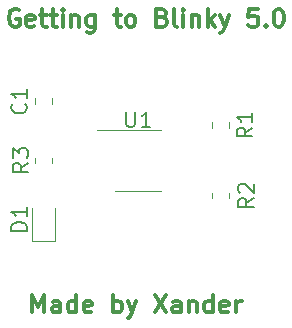
<source format=gbr>
%TF.GenerationSoftware,KiCad,Pcbnew,(6.0.8)*%
%TF.CreationDate,2023-01-21T17:58:08-05:00*%
%TF.ProjectId,Blinky 5.0,426c696e-6b79-4203-952e-302e6b696361,rev?*%
%TF.SameCoordinates,Original*%
%TF.FileFunction,Legend,Top*%
%TF.FilePolarity,Positive*%
%FSLAX46Y46*%
G04 Gerber Fmt 4.6, Leading zero omitted, Abs format (unit mm)*
G04 Created by KiCad (PCBNEW (6.0.8)) date 2023-01-21 17:58:08*
%MOMM*%
%LPD*%
G01*
G04 APERTURE LIST*
%ADD10C,0.300000*%
%ADD11C,0.150000*%
%ADD12C,0.120000*%
G04 APERTURE END LIST*
D10*
X138050000Y-109878571D02*
X138050000Y-108378571D01*
X138550000Y-109450000D01*
X139050000Y-108378571D01*
X139050000Y-109878571D01*
X140407142Y-109878571D02*
X140407142Y-109092857D01*
X140335714Y-108950000D01*
X140192857Y-108878571D01*
X139907142Y-108878571D01*
X139764285Y-108950000D01*
X140407142Y-109807142D02*
X140264285Y-109878571D01*
X139907142Y-109878571D01*
X139764285Y-109807142D01*
X139692857Y-109664285D01*
X139692857Y-109521428D01*
X139764285Y-109378571D01*
X139907142Y-109307142D01*
X140264285Y-109307142D01*
X140407142Y-109235714D01*
X141764285Y-109878571D02*
X141764285Y-108378571D01*
X141764285Y-109807142D02*
X141621428Y-109878571D01*
X141335714Y-109878571D01*
X141192857Y-109807142D01*
X141121428Y-109735714D01*
X141050000Y-109592857D01*
X141050000Y-109164285D01*
X141121428Y-109021428D01*
X141192857Y-108950000D01*
X141335714Y-108878571D01*
X141621428Y-108878571D01*
X141764285Y-108950000D01*
X143050000Y-109807142D02*
X142907142Y-109878571D01*
X142621428Y-109878571D01*
X142478571Y-109807142D01*
X142407142Y-109664285D01*
X142407142Y-109092857D01*
X142478571Y-108950000D01*
X142621428Y-108878571D01*
X142907142Y-108878571D01*
X143050000Y-108950000D01*
X143121428Y-109092857D01*
X143121428Y-109235714D01*
X142407142Y-109378571D01*
X144907142Y-109878571D02*
X144907142Y-108378571D01*
X144907142Y-108950000D02*
X145050000Y-108878571D01*
X145335714Y-108878571D01*
X145478571Y-108950000D01*
X145550000Y-109021428D01*
X145621428Y-109164285D01*
X145621428Y-109592857D01*
X145550000Y-109735714D01*
X145478571Y-109807142D01*
X145335714Y-109878571D01*
X145050000Y-109878571D01*
X144907142Y-109807142D01*
X146121428Y-108878571D02*
X146478571Y-109878571D01*
X146835714Y-108878571D02*
X146478571Y-109878571D01*
X146335714Y-110235714D01*
X146264285Y-110307142D01*
X146121428Y-110378571D01*
X148407142Y-108378571D02*
X149407142Y-109878571D01*
X149407142Y-108378571D02*
X148407142Y-109878571D01*
X150621428Y-109878571D02*
X150621428Y-109092857D01*
X150550000Y-108950000D01*
X150407142Y-108878571D01*
X150121428Y-108878571D01*
X149978571Y-108950000D01*
X150621428Y-109807142D02*
X150478571Y-109878571D01*
X150121428Y-109878571D01*
X149978571Y-109807142D01*
X149907142Y-109664285D01*
X149907142Y-109521428D01*
X149978571Y-109378571D01*
X150121428Y-109307142D01*
X150478571Y-109307142D01*
X150621428Y-109235714D01*
X151335714Y-108878571D02*
X151335714Y-109878571D01*
X151335714Y-109021428D02*
X151407142Y-108950000D01*
X151550000Y-108878571D01*
X151764285Y-108878571D01*
X151907142Y-108950000D01*
X151978571Y-109092857D01*
X151978571Y-109878571D01*
X153335714Y-109878571D02*
X153335714Y-108378571D01*
X153335714Y-109807142D02*
X153192857Y-109878571D01*
X152907142Y-109878571D01*
X152764285Y-109807142D01*
X152692857Y-109735714D01*
X152621428Y-109592857D01*
X152621428Y-109164285D01*
X152692857Y-109021428D01*
X152764285Y-108950000D01*
X152907142Y-108878571D01*
X153192857Y-108878571D01*
X153335714Y-108950000D01*
X154621428Y-109807142D02*
X154478571Y-109878571D01*
X154192857Y-109878571D01*
X154050000Y-109807142D01*
X153978571Y-109664285D01*
X153978571Y-109092857D01*
X154050000Y-108950000D01*
X154192857Y-108878571D01*
X154478571Y-108878571D01*
X154621428Y-108950000D01*
X154692857Y-109092857D01*
X154692857Y-109235714D01*
X153978571Y-109378571D01*
X155335714Y-109878571D02*
X155335714Y-108878571D01*
X155335714Y-109164285D02*
X155407142Y-109021428D01*
X155478571Y-108950000D01*
X155621428Y-108878571D01*
X155764285Y-108878571D01*
X136914285Y-84250000D02*
X136771428Y-84178571D01*
X136557142Y-84178571D01*
X136342857Y-84250000D01*
X136200000Y-84392857D01*
X136128571Y-84535714D01*
X136057142Y-84821428D01*
X136057142Y-85035714D01*
X136128571Y-85321428D01*
X136200000Y-85464285D01*
X136342857Y-85607142D01*
X136557142Y-85678571D01*
X136700000Y-85678571D01*
X136914285Y-85607142D01*
X136985714Y-85535714D01*
X136985714Y-85035714D01*
X136700000Y-85035714D01*
X138200000Y-85607142D02*
X138057142Y-85678571D01*
X137771428Y-85678571D01*
X137628571Y-85607142D01*
X137557142Y-85464285D01*
X137557142Y-84892857D01*
X137628571Y-84750000D01*
X137771428Y-84678571D01*
X138057142Y-84678571D01*
X138200000Y-84750000D01*
X138271428Y-84892857D01*
X138271428Y-85035714D01*
X137557142Y-85178571D01*
X138700000Y-84678571D02*
X139271428Y-84678571D01*
X138914285Y-84178571D02*
X138914285Y-85464285D01*
X138985714Y-85607142D01*
X139128571Y-85678571D01*
X139271428Y-85678571D01*
X139557142Y-84678571D02*
X140128571Y-84678571D01*
X139771428Y-84178571D02*
X139771428Y-85464285D01*
X139842857Y-85607142D01*
X139985714Y-85678571D01*
X140128571Y-85678571D01*
X140628571Y-85678571D02*
X140628571Y-84678571D01*
X140628571Y-84178571D02*
X140557142Y-84250000D01*
X140628571Y-84321428D01*
X140700000Y-84250000D01*
X140628571Y-84178571D01*
X140628571Y-84321428D01*
X141342857Y-84678571D02*
X141342857Y-85678571D01*
X141342857Y-84821428D02*
X141414285Y-84750000D01*
X141557142Y-84678571D01*
X141771428Y-84678571D01*
X141914285Y-84750000D01*
X141985714Y-84892857D01*
X141985714Y-85678571D01*
X143342857Y-84678571D02*
X143342857Y-85892857D01*
X143271428Y-86035714D01*
X143200000Y-86107142D01*
X143057142Y-86178571D01*
X142842857Y-86178571D01*
X142700000Y-86107142D01*
X143342857Y-85607142D02*
X143200000Y-85678571D01*
X142914285Y-85678571D01*
X142771428Y-85607142D01*
X142700000Y-85535714D01*
X142628571Y-85392857D01*
X142628571Y-84964285D01*
X142700000Y-84821428D01*
X142771428Y-84750000D01*
X142914285Y-84678571D01*
X143200000Y-84678571D01*
X143342857Y-84750000D01*
X144985714Y-84678571D02*
X145557142Y-84678571D01*
X145200000Y-84178571D02*
X145200000Y-85464285D01*
X145271428Y-85607142D01*
X145414285Y-85678571D01*
X145557142Y-85678571D01*
X146271428Y-85678571D02*
X146128571Y-85607142D01*
X146057142Y-85535714D01*
X145985714Y-85392857D01*
X145985714Y-84964285D01*
X146057142Y-84821428D01*
X146128571Y-84750000D01*
X146271428Y-84678571D01*
X146485714Y-84678571D01*
X146628571Y-84750000D01*
X146700000Y-84821428D01*
X146771428Y-84964285D01*
X146771428Y-85392857D01*
X146700000Y-85535714D01*
X146628571Y-85607142D01*
X146485714Y-85678571D01*
X146271428Y-85678571D01*
X149057142Y-84892857D02*
X149271428Y-84964285D01*
X149342857Y-85035714D01*
X149414285Y-85178571D01*
X149414285Y-85392857D01*
X149342857Y-85535714D01*
X149271428Y-85607142D01*
X149128571Y-85678571D01*
X148557142Y-85678571D01*
X148557142Y-84178571D01*
X149057142Y-84178571D01*
X149200000Y-84250000D01*
X149271428Y-84321428D01*
X149342857Y-84464285D01*
X149342857Y-84607142D01*
X149271428Y-84750000D01*
X149200000Y-84821428D01*
X149057142Y-84892857D01*
X148557142Y-84892857D01*
X150271428Y-85678571D02*
X150128571Y-85607142D01*
X150057142Y-85464285D01*
X150057142Y-84178571D01*
X150842857Y-85678571D02*
X150842857Y-84678571D01*
X150842857Y-84178571D02*
X150771428Y-84250000D01*
X150842857Y-84321428D01*
X150914285Y-84250000D01*
X150842857Y-84178571D01*
X150842857Y-84321428D01*
X151557142Y-84678571D02*
X151557142Y-85678571D01*
X151557142Y-84821428D02*
X151628571Y-84750000D01*
X151771428Y-84678571D01*
X151985714Y-84678571D01*
X152128571Y-84750000D01*
X152200000Y-84892857D01*
X152200000Y-85678571D01*
X152914285Y-85678571D02*
X152914285Y-84178571D01*
X153057142Y-85107142D02*
X153485714Y-85678571D01*
X153485714Y-84678571D02*
X152914285Y-85250000D01*
X153985714Y-84678571D02*
X154342857Y-85678571D01*
X154700000Y-84678571D02*
X154342857Y-85678571D01*
X154200000Y-86035714D01*
X154128571Y-86107142D01*
X153985714Y-86178571D01*
X157128571Y-84178571D02*
X156414285Y-84178571D01*
X156342857Y-84892857D01*
X156414285Y-84821428D01*
X156557142Y-84750000D01*
X156914285Y-84750000D01*
X157057142Y-84821428D01*
X157128571Y-84892857D01*
X157200000Y-85035714D01*
X157200000Y-85392857D01*
X157128571Y-85535714D01*
X157057142Y-85607142D01*
X156914285Y-85678571D01*
X156557142Y-85678571D01*
X156414285Y-85607142D01*
X156342857Y-85535714D01*
X157842857Y-85535714D02*
X157914285Y-85607142D01*
X157842857Y-85678571D01*
X157771428Y-85607142D01*
X157842857Y-85535714D01*
X157842857Y-85678571D01*
X158842857Y-84178571D02*
X158985714Y-84178571D01*
X159128571Y-84250000D01*
X159200000Y-84321428D01*
X159271428Y-84464285D01*
X159342857Y-84750000D01*
X159342857Y-85107142D01*
X159271428Y-85392857D01*
X159200000Y-85535714D01*
X159128571Y-85607142D01*
X158985714Y-85678571D01*
X158842857Y-85678571D01*
X158700000Y-85607142D01*
X158628571Y-85535714D01*
X158557142Y-85392857D01*
X158485714Y-85107142D01*
X158485714Y-84750000D01*
X158557142Y-84464285D01*
X158628571Y-84321428D01*
X158700000Y-84250000D01*
X158842857Y-84178571D01*
D11*
%TO.C,U1*%
X146009523Y-92888095D02*
X146009523Y-93940476D01*
X146071428Y-94064285D01*
X146133333Y-94126190D01*
X146257142Y-94188095D01*
X146504761Y-94188095D01*
X146628571Y-94126190D01*
X146690476Y-94064285D01*
X146752380Y-93940476D01*
X146752380Y-92888095D01*
X148052380Y-94188095D02*
X147309523Y-94188095D01*
X147680952Y-94188095D02*
X147680952Y-92888095D01*
X147557142Y-93073809D01*
X147433333Y-93197619D01*
X147309523Y-93259523D01*
%TO.C,R3*%
X137688095Y-97216666D02*
X137069047Y-97650000D01*
X137688095Y-97959523D02*
X136388095Y-97959523D01*
X136388095Y-97464285D01*
X136450000Y-97340476D01*
X136511904Y-97278571D01*
X136635714Y-97216666D01*
X136821428Y-97216666D01*
X136945238Y-97278571D01*
X137007142Y-97340476D01*
X137069047Y-97464285D01*
X137069047Y-97959523D01*
X136388095Y-96783333D02*
X136388095Y-95978571D01*
X136883333Y-96411904D01*
X136883333Y-96226190D01*
X136945238Y-96102380D01*
X137007142Y-96040476D01*
X137130952Y-95978571D01*
X137440476Y-95978571D01*
X137564285Y-96040476D01*
X137626190Y-96102380D01*
X137688095Y-96226190D01*
X137688095Y-96597619D01*
X137626190Y-96721428D01*
X137564285Y-96783333D01*
%TO.C,R2*%
X156788095Y-100216666D02*
X156169047Y-100650000D01*
X156788095Y-100959523D02*
X155488095Y-100959523D01*
X155488095Y-100464285D01*
X155550000Y-100340476D01*
X155611904Y-100278571D01*
X155735714Y-100216666D01*
X155921428Y-100216666D01*
X156045238Y-100278571D01*
X156107142Y-100340476D01*
X156169047Y-100464285D01*
X156169047Y-100959523D01*
X155611904Y-99721428D02*
X155550000Y-99659523D01*
X155488095Y-99535714D01*
X155488095Y-99226190D01*
X155550000Y-99102380D01*
X155611904Y-99040476D01*
X155735714Y-98978571D01*
X155859523Y-98978571D01*
X156045238Y-99040476D01*
X156788095Y-99783333D01*
X156788095Y-98978571D01*
%TO.C,R1*%
X156688095Y-94216666D02*
X156069047Y-94650000D01*
X156688095Y-94959523D02*
X155388095Y-94959523D01*
X155388095Y-94464285D01*
X155450000Y-94340476D01*
X155511904Y-94278571D01*
X155635714Y-94216666D01*
X155821428Y-94216666D01*
X155945238Y-94278571D01*
X156007142Y-94340476D01*
X156069047Y-94464285D01*
X156069047Y-94959523D01*
X156688095Y-92978571D02*
X156688095Y-93721428D01*
X156688095Y-93350000D02*
X155388095Y-93350000D01*
X155573809Y-93473809D01*
X155697619Y-93597619D01*
X155759523Y-93721428D01*
%TO.C,D1*%
X137588095Y-102959523D02*
X136288095Y-102959523D01*
X136288095Y-102650000D01*
X136350000Y-102464285D01*
X136473809Y-102340476D01*
X136597619Y-102278571D01*
X136845238Y-102216666D01*
X137030952Y-102216666D01*
X137278571Y-102278571D01*
X137402380Y-102340476D01*
X137526190Y-102464285D01*
X137588095Y-102650000D01*
X137588095Y-102959523D01*
X137588095Y-100978571D02*
X137588095Y-101721428D01*
X137588095Y-101350000D02*
X136288095Y-101350000D01*
X136473809Y-101473809D01*
X136597619Y-101597619D01*
X136659523Y-101721428D01*
%TO.C,C1*%
X137464285Y-92216666D02*
X137526190Y-92278571D01*
X137588095Y-92464285D01*
X137588095Y-92588095D01*
X137526190Y-92773809D01*
X137402380Y-92897619D01*
X137278571Y-92959523D01*
X137030952Y-93021428D01*
X136845238Y-93021428D01*
X136597619Y-92959523D01*
X136473809Y-92897619D01*
X136350000Y-92773809D01*
X136288095Y-92588095D01*
X136288095Y-92464285D01*
X136350000Y-92278571D01*
X136411904Y-92216666D01*
X137588095Y-90978571D02*
X137588095Y-91721428D01*
X137588095Y-91350000D02*
X136288095Y-91350000D01*
X136473809Y-91473809D01*
X136597619Y-91597619D01*
X136659523Y-91721428D01*
D12*
%TO.C,U1*%
X147000000Y-94440000D02*
X148950000Y-94440000D01*
X147000000Y-99560000D02*
X148950000Y-99560000D01*
X147000000Y-94440000D02*
X143550000Y-94440000D01*
X147000000Y-99560000D02*
X145050000Y-99560000D01*
%TO.C,R3*%
X138265000Y-96772936D02*
X138265000Y-97227064D01*
X139735000Y-96772936D02*
X139735000Y-97227064D01*
%TO.C,R2*%
X154735000Y-99772936D02*
X154735000Y-100227064D01*
X153265000Y-99772936D02*
X153265000Y-100227064D01*
%TO.C,R1*%
X153265000Y-93772936D02*
X153265000Y-94227064D01*
X154735000Y-93772936D02*
X154735000Y-94227064D01*
%TO.C,D1*%
X138040000Y-103860000D02*
X139960000Y-103860000D01*
X138040000Y-101000000D02*
X138040000Y-103860000D01*
X139960000Y-103860000D02*
X139960000Y-101000000D01*
%TO.C,C1*%
X139735000Y-92261252D02*
X139735000Y-91738748D01*
X138265000Y-92261252D02*
X138265000Y-91738748D01*
%TD*%
M02*

</source>
